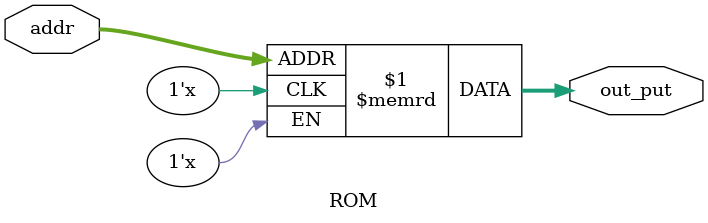
<source format=v>
module ROM(input [5:0]addr ,
output [7:0] out_put);

//reg [7:0] LUT [0:63];

(* romstyle = "M9K" *) (* ram_init_file = "sine.mif" *) reg [7:0] LUT [0:63];

// initial begin
//     //$readmemb( "sine.mem", LUT);
// end

  assign out_put= LUT[addr];


endmodule
</source>
